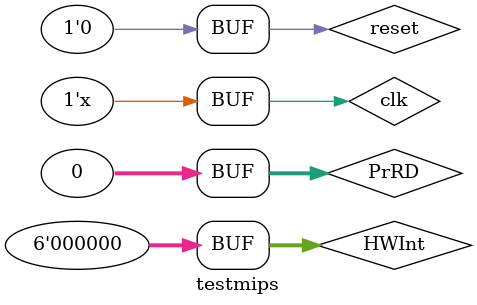
<source format=v>
`timescale 1ns / 1ps


module testmips;

	// Inputs
	reg clk;
	reg reset;
	reg [31:0] PrRD;
	reg [7:2] HWInt;

	// Outputs
	wire [31:2] PrAddr;
	wire [3:0] PrBE;
	wire [31:0] PrWD;
	wire PrWe;

	// Instantiate the Unit Under Test (UUT)
	mips uut (
		.clk(clk), 
		.reset(reset), 
		.PrRD(PrRD), 
		.HWInt(HWInt), 
		.PrAddr(PrAddr), 
		.PrBE(PrBE), 
		.PrWD(PrWD), 
		.PrWe(PrWe)
	);
	always #5 clk=~clk;
	initial begin
		// Initialize Inputs
		clk = 0;
		reset = 0;
		PrRD = 0;
		HWInt = 0;

		// Wait 100 ns for global reset to finish
		#100;
        
		// Add stimulus here

	end
      
endmodule


</source>
